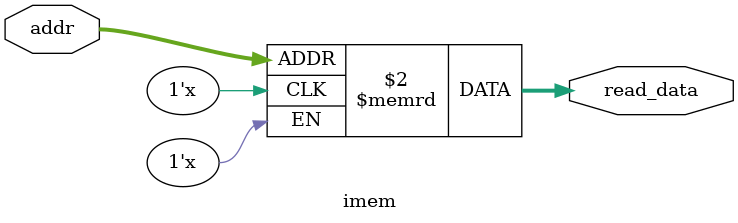
<source format=v>
module imem (
    input [31:0] addr,
    output reg [31:0] read_data
);
  reg [31:0] regs[0:1023]  /*verilator public */;

  always @(*) begin
    read_data = regs[addr];
  end
endmodule
// vim: set ft=verilog:

</source>
